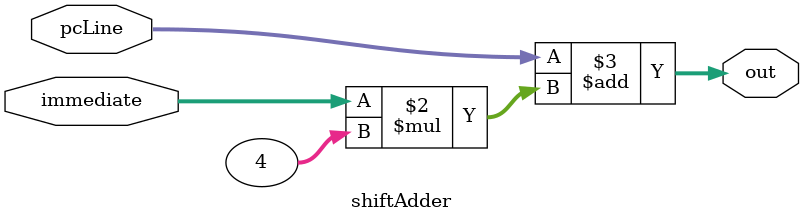
<source format=v>
`timescale 1ns / 1ps


module shiftAdder(out, pcLine, immediate);

    input [31:0] pcLine, immediate;
    output reg [31:0] out;
    
      always@(pcLine, immediate)begin
        out <= pcLine + (immediate*4);
      end


endmodule

</source>
